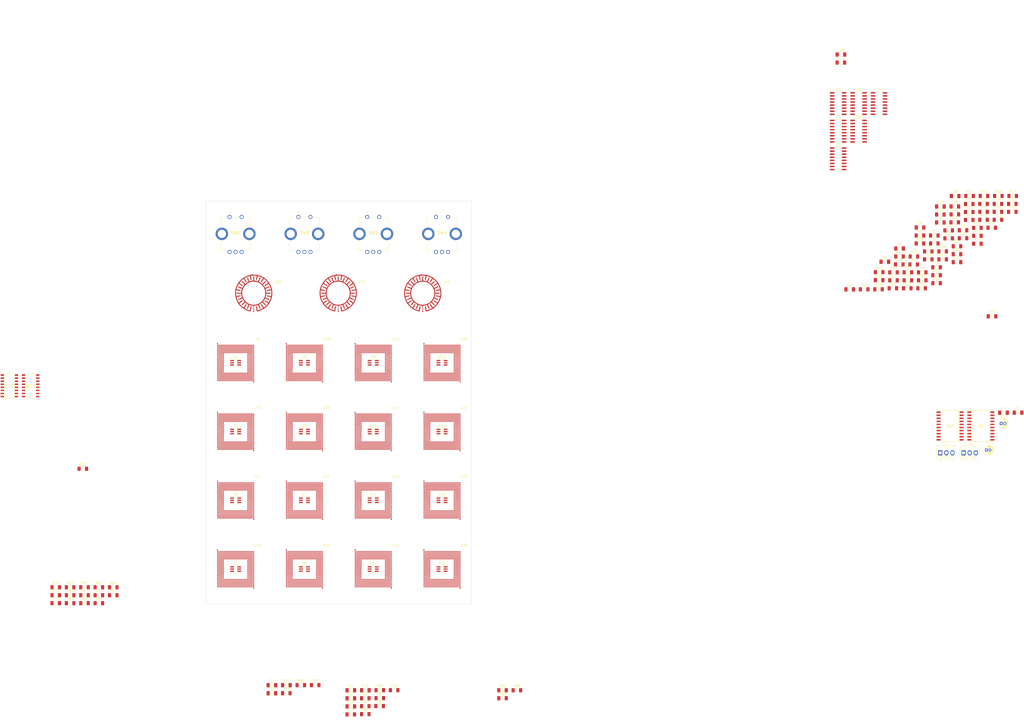
<source format=kicad_pcb>
(kicad_pcb (version 20211014) (generator pcbnew)
  (layers (0 "F.Cu" signal) (31 "B.Cu" signal) (34 "B.Paste" user) (35 "F.Paste" user) (36 "B.SilkS" user "B.Silkscreen") (37 "F.SilkS" user "F.Silkscreen") (38 "B.Mask" user) (39 "F.Mask" user) (44 "Edge.Cuts" user))
  (net 0 "")
  (net 1 "+5V")
  (net 2 "GND")
  (net 3 "VCC")
  (net 4 "EB1")
  (net 5 "/Encoder/ENCB3")
  (net 6 "EA1")
  (net 7 "/Encoder/ENCA3")
  (net 8 "EB2")
  (net 9 "/Encoder/ENCB4")
  (net 10 "EA2")
  (net 11 "/Encoder/ENCA4")
  (net 12 "Net-(D1-Pad1)")
  (net 13 "Net-(D1-Pad2)")
  (net 14 "Net-(D1-Pad3)")
  (net 15 "Net-(D1-Pad4)")
  (net 16 "Net-(D1-Pad5)")
  (net 17 "Net-(D1-Pad6)")
  (net 18 "Net-(D2-Pad1)")
  (net 19 "Net-(D2-Pad2)")
  (net 20 "Net-(D2-Pad3)")
  (net 21 "Net-(D2-Pad4)")
  (net 22 "Net-(D2-Pad5)")
  (net 23 "Net-(D2-Pad6)")
  (net 24 "Net-(D3-Pad1)")
  (net 25 "Net-(D3-Pad2)")
  (net 26 "Net-(D3-Pad3)")
  (net 27 "Net-(D3-Pad4)")
  (net 28 "Net-(D3-Pad5)")
  (net 29 "Net-(D3-Pad6)")
  (net 30 "Net-(D4-Pad1)")
  (net 31 "Net-(D4-Pad2)")
  (net 32 "Net-(D4-Pad3)")
  (net 33 "Net-(D4-Pad4)")
  (net 34 "Net-(D4-Pad5)")
  (net 35 "Net-(D4-Pad6)")
  (net 36 "Net-(D5-Pad1)")
  (net 37 "Net-(D5-Pad2)")
  (net 38 "Net-(D5-Pad3)")
  (net 39 "Net-(D5-Pad4)")
  (net 40 "Net-(D5-Pad5)")
  (net 41 "Net-(D5-Pad6)")
  (net 42 "Net-(D6-Pad1)")
  (net 43 "Net-(D6-Pad2)")
  (net 44 "Net-(D6-Pad3)")
  (net 45 "Net-(D6-Pad4)")
  (net 46 "Net-(D6-Pad5)")
  (net 47 "Net-(D6-Pad6)")
  (net 48 "Net-(D7-Pad1)")
  (net 49 "Net-(D7-Pad2)")
  (net 50 "Net-(D7-Pad3)")
  (net 51 "Net-(D7-Pad4)")
  (net 52 "Net-(D7-Pad5)")
  (net 53 "Net-(D7-Pad6)")
  (net 54 "Net-(D8-Pad1)")
  (net 55 "Net-(D8-Pad2)")
  (net 56 "Net-(D8-Pad3)")
  (net 57 "Net-(D8-Pad4)")
  (net 58 "Net-(D8-Pad5)")
  (net 59 "Net-(D8-Pad6)")
  (net 60 "Net-(D9-Pad1)")
  (net 61 "Net-(D9-Pad2)")
  (net 62 "Net-(D9-Pad3)")
  (net 63 "Net-(D9-Pad4)")
  (net 64 "Net-(D9-Pad5)")
  (net 65 "Net-(D9-Pad6)")
  (net 66 "Net-(D10-Pad1)")
  (net 67 "Net-(D10-Pad2)")
  (net 68 "Net-(D10-Pad3)")
  (net 69 "Net-(D10-Pad4)")
  (net 70 "Net-(D10-Pad5)")
  (net 71 "Net-(D10-Pad6)")
  (net 72 "Net-(D11-Pad1)")
  (net 73 "Net-(D11-Pad2)")
  (net 74 "Net-(D11-Pad3)")
  (net 75 "Net-(D11-Pad4)")
  (net 76 "Net-(D11-Pad5)")
  (net 77 "Net-(D11-Pad6)")
  (net 78 "Net-(D12-Pad1)")
  (net 79 "Net-(D12-Pad2)")
  (net 80 "Net-(D12-Pad3)")
  (net 81 "Net-(D12-Pad4)")
  (net 82 "Net-(D12-Pad5)")
  (net 83 "Net-(D12-Pad6)")
  (net 84 "Net-(D13-Pad1)")
  (net 85 "Net-(D13-Pad2)")
  (net 86 "Net-(D13-Pad3)")
  (net 87 "Net-(D13-Pad4)")
  (net 88 "Net-(D13-Pad5)")
  (net 89 "Net-(D13-Pad6)")
  (net 90 "Net-(D14-Pad1)")
  (net 91 "Net-(D14-Pad2)")
  (net 92 "Net-(D14-Pad3)")
  (net 93 "Net-(D14-Pad4)")
  (net 94 "Net-(D14-Pad5)")
  (net 95 "Net-(D14-Pad6)")
  (net 96 "Net-(D15-Pad1)")
  (net 97 "Net-(D15-Pad2)")
  (net 98 "Net-(D15-Pad3)")
  (net 99 "Net-(D15-Pad4)")
  (net 100 "Net-(D15-Pad5)")
  (net 101 "Net-(D15-Pad6)")
  (net 102 "Net-(D16-Pad1)")
  (net 103 "Net-(D16-Pad2)")
  (net 104 "Net-(D16-Pad3)")
  (net 105 "Net-(D16-Pad4)")
  (net 106 "Net-(D16-Pad5)")
  (net 107 "Net-(D16-Pad6)")
  (net 108 "UPDI1")
  (net 109 "UPDI2")
  (net 111 "SDA")
  (net 112 "SCL")
  (net 114 "Net-(R25-Pad1)")
  (net 115 "Net-(R25-Pad2)")
  (net 116 "Net-(R26-Pad1)")
  (net 117 "Net-(R26-Pad2)")
  (net 118 "Net-(R27-Pad1)")
  (net 119 "LED_DATA1")
  (net 120 "Net-(R28-Pad1)")
  (net 121 "Net-(R29-Pad1)")
  (net 122 "Net-(R30-Pad1)")
  (net 123 "Net-(R55-Pad1)")
  (net 124 "Net-(R55-Pad2)")
  (net 125 "Net-(R56-Pad1)")
  (net 126 "Net-(R56-Pad2)")
  (net 127 "Net-(R57-Pad1)")
  (net 128 "Net-(R58-Pad1)")
  (net 129 "Net-(R59-Pad1)")
  (net 130 "Net-(R60-Pad2)")
  (net 131 "Net-(R61-Pad2)")
  (net 132 "Net-(R62-Pad2)")
  (net 133 "Net-(R63-Pad2)")
  (net 134 "Net-(R64-Pad2)")
  (net 135 "Net-(R65-Pad2)")
  (net 136 "Net-(R66-Pad2)")
  (net 137 "Net-(R67-Pad2)")
  (net 138 "Net-(R68-Pad2)")
  (net 139 "Net-(R69-Pad2)")
  (net 140 "Net-(R70-Pad2)")
  (net 141 "Net-(R71-Pad2)")
  (net 142 "Net-(R72-Pad2)")
  (net 143 "Net-(R73-Pad2)")
  (net 144 "Net-(R74-Pad2)")
  (net 145 "Net-(R75-Pad2)")
  (net 146 "ES1")
  (net 147 "/Encoder/ENSC_SW3")
  (net 148 "ES2")
  (net 149 "/Encoder/ENSC_SW4")
  (net 150 "BR1")
  (net 151 "BR2")
  (net 152 "BR3")
  (net 155 "/LED/LED_UPDATE")
  (net 156 "/LED/LED_DATA")
  (net 158 "/LED/LED_CLK")
  (net 159 "/Button round/BUT_CTL")
  (net 160 "/Button round/BUTAB1")
  (net 161 "/Button round/BUTAB2")
  (net 162 "/Button round/BUTAB3")
  (net 163 "/Button round/BUTAB4")
  (net 164 "/Button round/BUTCD1")
  (net 165 "/Button round/BUTCD2")
  (net 166 "/Button round/BUTCD3")
  (net 167 "/Button round/BUTCD4")
  (footprint "3dAudioFoot:But_Velo_Rec_1" (layer "F.Cu") (at 80.8 177.7)
    (fp_text reference "U22")
    (fp_text value "touch_but_square")
  )
  (footprint "3dAudioFoot:PEC11R4230KS0024" (layer "F.Cu") (at 106.8 38.6125)
    (fp_text reference "SW2")
    (fp_text value "RotaryEncoder_Switch" hide)
  )
  (footprint "Resistor_SMD:R_1206_3216Metric_Pad1.30x1.75mm_HandSolder" (layer "F.Cu") (at 106 234.4)
    (fp_text reference "R83")
    (fp_text value "10k")
  )
  (footprint "Capacitor_SMD:C_1206_3216Metric_Pad1.33x1.80mm_HandSolder" (layer "F.Cu") (at 67.315199 225.69)
    (fp_text reference "C14")
    (fp_text value "100n")
  )
  (footprint "Resistor_SMD:R_1206_3216Metric_Pad1.30x1.75mm_HandSolder" (layer "F.Cu") (at 365.5 36.06)
    (fp_text reference "R44")
    (fp_text value "R")
  )
  (footprint "Capacitor_SMD:C_1206_3216Metric_Pad1.33x1.80mm_HandSolder" (layer "F.Cu") (at 350.34 22.93)
    (fp_text reference "C8")
    (fp_text value "100nF")
  )
  (footprint "Resistor_SMD:R_1206_3216Metric_Pad1.30x1.75mm_HandSolder" (layer "F.Cu") (at 350.21 30.54)
    (fp_text reference "R34")
    (fp_text value "R")
  )
  (footprint "LED_SMD:LED_Avago_PLCC6_3x2.8mm" (layer "F.Cu") (at 109.3 120.55)
    (fp_text reference "D10")
    (fp_text value "RGB_led")
  )
  (footprint "Resistor_SMD:R_1206_3216Metric_Pad1.30x1.75mm_HandSolder" (layer "F.Cu") (at 112.01 231.05)
    (fp_text reference "R84")
    (fp_text value "10k")
  )
  (footprint "Resistor_SMD:R_1206_3216Metric_Pad1.30x1.75mm_HandSolder" (layer "F.Cu") (at -4.35 185.11)
    (fp_text reference "R61")
    (fp_text value "R")
  )
  (footprint "Package_SO:SOIC-16_3.9x9.9mm_P1.27mm" (layer "F.Cu") (at 301.9 7.5)
    (fp_text reference "U6")
    (fp_text value "TPIC6C595")
  )
  (footprint "Resistor_SMD:R_1206_3216Metric_Pad1.30x1.75mm_HandSolder" (layer "F.Cu") (at 344.2 30.6)
    (fp_text reference "R33")
    (fp_text value "R")
  )
  (footprint "Resistor_SMD:R_1206_3216Metric_Pad1.30x1.75mm_HandSolder" (layer "F.Cu") (at 168.8 227.8)
    (fp_text reference "R88")
    (fp_text value "R")
  )
  (footprint "Resistor_SMD:R_1206_3216Metric_Pad1.30x1.75mm_HandSolder" (layer "F.Cu") (at 324.54 61.16)
    (fp_text reference "R43")
    (fp_text value "R")
  )
  (footprint "Resistor_SMD:R_1206_3216Metric_Pad1.30x1.75mm_HandSolder" (layer "F.Cu") (at 368.06 26.19)
    (fp_text reference "R24")
    (fp_text value "R")
  )
  (footprint "Capacitor_SMD:C_1206_3216Metric_Pad1.33x1.80mm_HandSolder" (layer "F.Cu") (at 321.22 50.18)
    (fp_text reference "C7")
    (fp_text value "100nF")
  )
  (footprint "Resistor_SMD:R_1206_3216Metric_Pad1.30x1.75mm_HandSolder" (layer "F.Cu") (at 374.01 29.48)
    (fp_text reference "R41")
    (fp_text value "R")
  )
  (footprint "Resistor_SMD:R_1206_3216Metric_Pad1.30x1.75mm_HandSolder" (layer "F.Cu") (at -4.35 191.69)
    (fp_text reference "R64")
    (fp_text value "R")
  )
  (footprint "Resistor_SMD:R_1206_3216Metric_Pad1.30x1.75mm_HandSolder" (layer "F.Cu") (at 336.7 57.87)
    (fp_text reference "R36")
    (fp_text value "R")
  )
  (footprint "Resistor_SMD:R_1206_3216Metric_Pad1.30x1.75mm_HandSolder" (layer "F.Cu") (at 303 -32.4)
    (fp_text reference "R77")
    (fp_text value "10k")
  )
  (footprint "Capacitor_SMD:C_1206_3216Metric_Pad1.33x1.80mm_HandSolder" (layer "F.Cu") (at 335.78 35.98)
    (fp_text reference "C9")
    (fp_text value "100nF")
  )
  (footprint "3dAudioFoot:But_Velo_Rec_1" (layer "F.Cu") (at 137.8 149.2)
    (fp_text reference "U25")
    (fp_text value "touch_but_square")
  )
  (footprint "Capacitor_SMD:C_1206_3216Metric_Pad1.33x1.80mm_HandSolder" (layer "F.Cu") (at 306.66 61.63)
    (fp_text reference "C5")
    (fp_text value "100nF")
  )
  (footprint "Resistor_SMD:R_1206_3216Metric_Pad1.30x1.75mm_HandSolder" (layer "F.Cu") (at -22.2 185.11)
    (fp_text reference "R74")
    (fp_text value "R")
  )
  (footprint "Resistor_SMD:R_1206_3216Metric_Pad1.30x1.75mm_HandSolder" (layer "F.Cu") (at 1.6 188.4)
    (fp_text reference "R67")
    (fp_text value "R")
  )
  (footprint "Resistor_SMD:R_1206_3216Metric_Pad1.30x1.75mm_HandSolder" (layer "F.Cu") (at 162.85 227.8)
    (fp_text reference "R90")
    (fp_text value "R")
  )
  (footprint "Resistor_SMD:R_1206_3216Metric_Pad1.30x1.75mm_HandSolder" (layer "F.Cu") (at 351.1 50.34)
    (fp_text reference "R27")
    (fp_text value "0R")
  )
  (footprint "3dAudioFoot:PEC11R4230KS0024" (layer "F.Cu") (at 78.3 38.6125)
    (fp_text reference "SW3")
    (fp_text value "RotaryEncoder_Switch" hide)
  )
  (footprint "3dAudioFoot:But_Velo_Rec_1" (layer "F.Cu") (at 109.3 177.7)
    (fp_text reference "U16")
    (fp_text value "touch_but_square")
  )
  (footprint "Capacitor_SMD:C_1206_3216Metric_Pad1.33x1.80mm_HandSolder" (layer "F.Cu") (at 100.02 234.49)
    (fp_text reference "C16")
    (fp_text value "100n")
  )
  (footprint "Resistor_SMD:R_1206_3216Metric_Pad1.30x1.75mm_HandSolder" (layer "F.Cu") (at 359.55 42.7)
    (fp_text reference "R39")
    (fp_text value "R")
  )
  (footprint "Resistor_SMD:R_1206_3216Metric_Pad1.30x1.75mm_HandSolder" (layer "F.Cu") (at 85.255199 225.66)
    (fp_text reference "R87")
    (fp_text value "10k")
  )
  (footprint "3dAudioFoot:PEC11R4230KS0024" (layer "F.Cu") (at 135.3 38.6125)
    (fp_text reference "SW4")
    (fp_text value "RotaryEncoder_Switch" hide)
  )
  (footprint "Resistor_SMD:R_1206_3216Metric_Pad1.30x1.75mm_HandSolder" (layer "F.Cu") (at -10.3 191.69)
    (fp_text reference "R68")
    (fp_text value "R")
  )
  (footprint "Resistor_SMD:R_1206_3216Metric_Pad1.30x1.75mm_HandSolder" (layer "F.Cu") (at 342.65 52.46)
    (fp_text reference "R6")
    (fp_text value "R")
  )
  (footprint "LED_SMD:LED_Avago_PLCC6_3x2.8mm" (layer "F.Cu") (at 137.8 92.05)
    (fp_text reference "D13")
    (fp_text value "RGB_led")
  )
  (footprint "Resistor_SMD:R_1206_3216Metric_Pad1.30x1.75mm_HandSolder" (layer "F.Cu") (at 111.95 234.34)
    (fp_text reference "R85")
    (fp_text value "10k")
  )
  (footprint "3dAudioFoot:attiny1626" (layer "F.Cu") (at 360.9826 118.25)
    (fp_text reference "U1")
    (fp_text value "ATtiny1626" hide)
  )
  (footprint "Resistor_SMD:R_1206_3216Metric_Pad1.30x1.75mm_HandSolder" (layer "F.Cu") (at 342.65 55.75)
    (fp_text reference "R42")
    (fp_text value "R")
  )
  (footprint "Resistor_SMD:R_1206_3216Metric_Pad1.30x1.75mm_HandSolder" (layer "F.Cu") (at 347.65 40.47)
    (fp_text reference "R31")
    (fp_text value "R")
  )
  (footprint "Capacitor_SMD:C_1206_3216Metric_Pad1.33x1.80mm_HandSolder" (layer "F.Cu") (at 376.3726 112.75)
    (fp_text reference "C2")
    (fp_text value "100nF")
  )
  (footprint "Resistor_SMD:R_1206_3216Metric_Pad1.30x1.75mm_HandSolder" (layer "F.Cu") (at 312.64 61.6)
    (fp_text reference "R52")
    (fp_text value "R")
  )
  (footprint "Resistor_SMD:R_1206_3216Metric_Pad1.30x1.75mm_HandSolder" (layer "F.Cu") (at 362.11 26.19)
    (fp_text reference "R35")
    (fp_text value "R")
  )
  (footprint "Resistor_SMD:R_1206_3216Metric_Pad1.30x1.75mm_HandSolder" (layer "F.Cu") (at 99.99 237.81)
    (fp_text reference "R79")
    (fp_text value "10k")
  )
  (footprint "Resistor_SMD:R_1206_3216Metric_Pad1.30x1.75mm_HandSolder" (layer "F.Cu") (at 350.21 27.25)
    (fp_text reference "R54")
    (fp_text value "R")
  )
  (footprint "3dAudioFoot:SOIC127P620X171-16N" (layer "F.Cu") (at -41.4 101.6)
    (fp_text reference "U18")
    (fp_text value "BU4551BF-E2" hide)
  )
  (footprint "Resistor_SMD:R_1206_3216Metric_Pad1.30x1.75mm_HandSolder" (layer "F.Cu") (at 333.15 51.29)
    (fp_text reference "R7")
    (fp_text value "R")
  )
  (footprint "Resistor_SMD:R_1206_3216Metric_Pad1.30x1.75mm_HandSolder" (layer "F.Cu") (at 362.11 29.48)
    (fp_text reference "R51")
    (fp_text value "R")
  )
  (footprint "Resistor_SMD:R_1206_3216Metric_Pad1.30x1.75mm_HandSolder" (layer "F.Cu") (at 347.65 37.18)
    (fp_text reference "R2")
    (fp_text value "R")
  )
  (footprint "LED_SMD:LED_Avago_PLCC6_3x2.8mm" (layer "F.Cu") (at 80.8 149.05)
    (fp_text reference "D7")
    (fp_text value "RGB_led")
  )
  (footprint "Resistor_SMD:R_1206_3216Metric_Pad1.30x1.75mm_HandSolder" (layer "F.Cu") (at 351.1 47.05)
    (fp_text reference "R32")
    (fp_text value "R")
  )
  (footprint "Resistor_SMD:R_1206_3216Metric_Pad1.30x1.75mm_HandSolder" (layer "F.Cu") (at 368.06 32.77)
    (fp_text reference "R13")
    (fp_text value "R")
  )
  (footprint "Capacitor_SMD:C_1206_3216Metric_Pad1.33x1.80mm_HandSolder" (layer "F.Cu") (at 73.325199 225.69)
    (fp_text reference "C13")
    (fp_text value "100n")
  )
  (footprint "Resistor_SMD:R_1206_3216Metric_Pad1.30x1.75mm_HandSolder" (layer "F.Cu") (at 344.2 33.89)
    (fp_text reference "R8")
    (fp_text value "R")
  )
  (footprint "3dAudioFoot:But_Velo_Rec_1" (layer "F.Cu") (at 80.8 92.2)
    (fp_text reference "U19")
    (fp_text value "touch_but_square")
  )
  (footprint "LED_SMD:LED_Avago_PLCC6_3x2.8mm" (layer "F.Cu") (at 80.8 177.55)
    (fp_text reference "D8")
    (fp_text value "RGB_led")
  )
  (footprint "Resistor_SMD:R_1206_3216Metric_Pad1.30x1.75mm_HandSolder" (layer "F.Cu") (at 324.8 57.87)
    (fp_text reference "R25")
    (fp_text value "0R")
  )
  (footprint "Resistor_SMD:R_1206_3216Metric_Pad1.30x1.75mm_HandSolder" (layer "F.Cu") (at 327.3 48)
    (fp_text reference "R47")
    (fp_text value "R")
  )
  (footprint "Resistor_SMD:R_1206_3216Metric_Pad1.30x1.75mm_HandSolder" (layer "F.Cu") (at 330.49 61.16)
    (fp_text reference "R57")
    (fp_text value "4K7")
  )
  (footprint "Resistor_SMD:R_1206_3216Metric_Pad1.30x1.75mm_HandSolder" (layer "F.Cu") (at 333.25 48)
    (fp_text reference "R45")
    (fp_text value "R")
  )
  (footprint "LED_SMD:LED_Avago_PLCC6_3x2.8mm" (layer "F.Cu") (at 137.8 177.55)
    (fp_text reference "D16")
    (fp_text value "RGB_led")
  )
  (footprint "Capacitor_THT:CP_Radial_D4.0mm_P1.50mm" (layer "F.Cu") (at 363.277401 128.2)
    (fp_text reference "C3")
    (fp_text value "10uF")
  )
  (footprint "Capacitor_SMD:C_1206_3216Metric_Pad1.33x1.80mm_HandSolder" (layer "F.Cu") (at 100.02 227.79)
    (fp_text reference "C17")
    (fp_text value "100n")
  )
  (footprint "3dAudioFoot:But_Velo_Rec_1" (layer "F.Cu") (at 109.3 92.2)
    (fp_text reference "U13")
    (fp_text value "touch_but_square")
  )
  (footprint "Resistor_SMD:R_1206_3216Metric_Pad1.30x1.75mm_HandSolder" (layer "F.Cu") (at 362.11 32.77)
    (fp_text reference "R49")
    (fp_text value "R")
  )
  (footprint "3dAudioFoot:But_Velo_Rec_1" (layer "F.Cu") (at 137.8 177.7)
    (fp_text reference "U26")
    (fp_text value "touch_but_square")
  )
  (footprint "Capacitor_SMD:C_1206_3216Metric_Pad1.33x1.80mm_HandSolder" (layer "F.Cu") (at 327.33 44.68)
    (fp_text reference "C6")
    (fp_text value "100nF")
  )
  (footprint "Resistor_SMD:R_1206_3216Metric_Pad1.30x1.75mm_HandSolder" (layer "F.Cu") (at 353.6 37.12)
    (fp_text reference "R3")
    (fp_text value "R")
  )
  (footprint "Resistor_SMD:R_1206_3216Metric_Pad1.30x1.75mm_HandSolder" (layer "F.Cu") (at 73.295199 229.01)
    (fp_text reference "R78")
    (fp_text value "10k")
  )
  (footprint "LED_SMD:LED_Avago_PLCC6_3x2.8mm" (layer "F.Cu") (at 137.8 120.55)
    (fp_text reference "D14")
    (fp_text value "RGB_led")
  )
  (footprint "Resistor_SMD:R_1206_3216Metric_Pad1.30x1.75mm_HandSolder" (layer "F.Cu") (at -11 136)
    (fp_text reference "R62")
    (fp_text value "R")
  )
  (footprint "Resistor_SMD:R_1206_3216Metric_Pad1.30x1.75mm_HandSolder" (layer "F.Cu") (at 318.85 54.5)
    (fp_text reference "R10")
    (fp_text value "R")
  )
  (footprint "Resistor_SMD:R_1206_3216Metric_Pad1.30x1.75mm_HandSolder" (layer "F.Cu") (at 368.22 22.9)
    (fp_text reference "R26")
    (fp_text value "0R")
  )
  (footprint "Resistor_SMD:R_1206_3216Metric_Pad1.30x1.75mm_HandSolder" (layer "F.Cu") (at 353.6 40.41)
    (fp_text reference "R18")
    (fp_text value "R")
  )
  (footprint "Resistor_SMD:R_1206_3216Metric_Pad1.30x1.75mm_HandSolder" (layer "F.Cu") (at 356.16 26.25)
    (fp_text reference "R15")
    (fp_text value "R")
  )
  (footprint "3dAudioFoot:attiny1626" (layer "F.Cu") (at 348.2326 118.25)
    (fp_text reference "U2")
    (fp_text value "ATtiny1626" hide)
  )
  (footprint "Resistor_SMD:R_1206_3216Metric_Pad1.30x1.75mm_HandSolder" (layer "F.Cu") (at 362.27 22.9)
    (fp_text reference "R12")
    (fp_text value "R")
  )
  (footprint "Resistor_SMD:R_1206_3216Metric_Pad1.30x1.75mm_HandSolder" (layer "F.Cu") (at -22.2 191.69)
    (fp_text reference "R70")
    (fp_text value "R")
  )
  (footprint "LED_SMD:LED_Avago_PLCC6_3x2.8mm" (layer "F.Cu") (at 109.3 149.05)
    (fp_text reference "D11")
    (fp_text value "RGB_led")
  )
  (footprint "Resistor_SMD:R_1206_3216Metric_Pad1.30x1.75mm_HandSolder" (layer "F.Cu") (at 336.44 61.16)
    (fp_text reference "R20")
    (fp_text value "R")
  )
  (footprint "Resistor_SMD:R_1206_3216Metric_Pad1.30x1.75mm_HandSolder" (layer "F.Cu") (at 112.01 227.76)
    (fp_text reference "R81")
    (fp_text value "10k")
  )
  (footprint "3dAudioFoot:But_Velo_Rec_1" (layer "F.Cu") (at 137.8 120.7)
    (fp_text reference "U24")
    (fp_text value "touch_but_square")
  )
  (footprint "Resistor_SMD:R_1206_3216Metric_Pad1.30x1.75mm_HandSolder" (layer "F.Cu") (at 341.7 39.3)
    (fp_text reference "R1")
    (fp_text value "R")
  )
  (footprint "Resistor_SMD:R_1206_3216Metric_Pad1.30x1.75mm_HandSolder" (layer "F.Cu") (at 341.7 42.59)
    (fp_text reference "R4")
    (fp_text value "R")
  )
  (footprint "LED_SMD:LED_Avago_PLCC6_3x2.8mm" (layer "F.Cu") (at 80.8 92.05)
    (fp_text reference "D5")
    (fp_text value "RGB_led")
  )
  (footprint "Resistor_SMD:R_1206_3216Metric_Pad1.30x1.75mm_HandSolder" (layer "F.Cu") (at 359.55 36.12)
    (fp_text reference "R56")
    (fp_text value "0R")
  )
  (footprint "Resistor_SMD:R_1206_3216Metric_Pad1.30x1.75mm_HandSolder" (layer "F.Cu") (at 335.75 42.59)
    (fp_text reference "R28")
    (fp_text value "4K7")
  )
  (footprint "Package_SO:SOIC-16_3.9x9.9mm_P1.27mm" (layer "F.Cu") (at 310.35 -15.4)
    (fp_text reference "U8")
    (fp_text value "TPIC6C595")
  )
  (footprint "Resistor_SMD:R_1206_3216Metric_Pad1.30x1.75mm_HandSolder" (layer "F.Cu") (at 368.06 29.48)
    (fp_text reference "R40")
    (fp_text value "R")
  )
  (footprint "Resistor_SMD:R_1206_3216Metric_Pad1.30x1.75mm_HandSolder" (layer "F.Cu") (at 324.8 54.58)
    (fp_text reference "R53")
    (fp_text value "R")
  )
  (footprint "Resistor_SMD:R_1206_3216Metric_Pad1.30x1.75mm_HandSolder" (layer "F.Cu") (at 318.59 61.6)
    (fp_text reference "R19")
    (fp_text value "R")
  )
  (footprint "LED_SMD:LED_Avago_PLCC6_3x2.8mm" (layer "F.Cu") (at 109.3 177.55)
    (fp_text reference "D12")
    (fp_text value "RGB_led")
  )
  (footprint "Package_SO:SOIC-16_3.9x9.9mm_P1.27mm" (layer "F.Cu") (at 301.9 -15.4)
    (fp_text reference "U5")
    (fp_text value "TPIC6C595")
  )
  (footprint "Connector_Molex:Molex_KK-254_AE-6410-03A_1x03_P2.54mm_Vertical" (layer "F.Cu") (at 344.1526 129.37)
    (fp_text reference "J1")
    (fp_text value "Conn_01x03_Male")
  )
  (footprint "Resistor_SMD:R_1206_3216Metric_Pad1.30x1.75mm_HandSolder" (layer "F.Cu") (at 374.17 22.9)
    (fp_text reference "R17")
    (fp_text value "R")
  )
  (footprint "Package_SO:SOIC-16_3.9x9.9mm_P1.27mm" (layer "F.Cu") (at 318.8 -15.4)
    (fp_text reference "U4")
    (fp_text value "TPIC6C595")
  )
  (footprint "Resistor_SMD:R_1206_3216Metric_Pad1.30x1.75mm_HandSolder" (layer "F.Cu") (at 365.6 72.8)
    (fp_text reference "R75")
    (fp_text value "R")
  )
  (footprint "Capacitor_SMD:C_1206_3216Metric_Pad1.33x1.80mm_HandSolder" (layer "F.Cu") (at 303.03 -35.72)
    (fp_text reference "C18")
    (fp_text value "100n")
  )
  (footprint "Resistor_SMD:R_1206_3216Metric_Pad1.30x1.75mm_HandSolder" (layer "F.Cu") (at 330.75 54.58)
    (fp_text reference "R37")
    (fp_text value "R")
  )
  (footprint "Resistor_SMD:R_1206_3216Metric_Pad1.30x1.75mm_HandSolder" (layer "F.Cu") (at 79.305199 225.66)
    (fp_text reference "R80")
    (fp_text value "10k")
  )
  (footprint "Package_SO:SOIC-16_3.9x9.9mm_P1.27mm" (layer "F.Cu") (at 301.9 -3.95)
    (fp_text reference "U7")
    (fp_text value "TPIC6C595")
  )
  (footprint "Resistor_SMD:R_1206_3216Metric_Pad1.30x1.75mm_HandSolder" (layer "F.Cu") (at 318.85 57.79)
    (fp_text reference "R46")
    (fp_text value "R")
  )
  (footprint "Capacitor_SMD:C_1206_3216Metric_Pad1.33x1.80mm_HandSolder" (layer "F.Cu") (at 100.02 231.14)
    (fp_text reference "C11")
    (fp_text value "100n")
  )
  (footprint "LED_SMD:LED_Avago_PLCC6_3x2.8mm" (layer "F.Cu") (at 52.3 177.55)
    (fp_text reference "D4")
    (fp_text value "RGB_led")
  )
  (footprint "Capacitor_SMD:C_1206_3216Metric_Pad1.33x1.80mm_HandSolder" (layer "F.Cu") (at 67.315199 229.04)
    (fp_text reference "C12")
    (fp_text value "100n")
  )
  (footprint "3dAudioFoot:But_Velo_Rec_1" (layer "F.Cu") (at 137.8 92.2)
    (fp_text reference "U23")
    (fp_text value "touch_but_square")
  )
  (footprint "Resistor_SMD:R_1206_3216Metric_Pad1.30x1.75mm_HandSolder" (layer "F.Cu") (at 345.15 45.88)
    (fp_text reference "R58")
    (fp_text value "4K7")
  )
  (footprint "Resistor_SMD:R_1206_3216Metric_Pad1.30x1.75mm_HandSolder" (layer "F.Cu") (at 1.6 185.11)
    (fp_text reference "R66")
    (fp_text value "R")
  )
  (footprint "Resistor_SMD:R_1206_3216Metric_Pad1.30x1.75mm_HandSolder" (layer "F.Cu") (at -22.2 188.4)
    (fp_text reference "R71")
    (fp_text value "R")
  )
  (footprint "3dAudioFoot:But_Velo_Rec_1" (layer "F.Cu") (at 52.3 120.7)
    (fp_text reference "U10")
    (fp_text value "touch_but_square")
  )
  (footprint "Resistor_SMD:R_1206_3216Metric_Pad1.30x1.75mm_HandSolder" (layer "F.Cu") (at 351.1 43.76)
    (fp_text reference "R50")
    (fp_text value "R")
  )
  (footprint "LED_SMD:LED_Avago_PLCC6_3x2.8mm" (layer "F.Cu") (at 52.3 120.55)
    (fp_text reference "D2")
    (fp_text value "RGB_led")
  )
  (footprint "Resistor_SMD:R_1206_3216Metric_Pad1.30x1.75mm_HandSolder" (layer "F.Cu") (at 162.85 231.09)
    (fp_text reference "R89")
    (fp_text value "R")
  )
  (footprint "Resistor_SMD:R_1206_3216Metric_Pad1.30x1.75mm_HandSolder" (layer "F.Cu") (at -10.3 188.4)
    (fp_text reference "R63")
    (fp_text value "R")
  )
  (footprint "Resistor_SMD:R_1206_3216Metric_Pad1.30x1.75mm_HandSolder" (layer "F.Cu") (at 345.15 49.17)
    (fp_text reference "R21")
    (fp_text value "R")
  )
  (footprint "Capacitor_THT:CP_Radial_D4.0mm_P1.50mm" (layer "F.Cu") (at 369.437401 117.2)
    (fp_text reference "C1")
    (fp_text value "10uF")
  )
  (footprint "Capacitor_SMD:C_1206_3216Metric_Pad1.33x1.80mm_HandSolder" (layer "F.Cu") (at 106.03 227.79)
    (fp_text reference "C15")
    (fp_text value "100n")
  )
  (footprint "Resistor_SMD:R_1206_3216Metric_Pad1.30x1.75mm_HandSolder" (layer "F.Cu") (at 339.2 45.88)
    (fp_text reference "R22")
    (fp_text value "R")
  )
  (footprint "Resistor_SMD:R_1206_3216Metric_Pad1.30x1.75mm_HandSolder" (layer "F.Cu") (at -16.25 191.69)
    (fp_text reference "R69")
    (fp_text value "R")
  )
  (footprint "Resistor_SMD:R_1206_3216Metric_Pad1.30x1.75mm_HandSolder" (layer "F.Cu") (at 359.55 39.41)
    (fp_text reference "R14")
    (fp_text value "R")
  )
  (footprint "3dAudioFoot:PEC11R4230KS0024" (layer "F.Cu") (at 49.8 38.6125)
    (fp_text reference "SW1")
    (fp_text value "RotaryEncoder_Switch" hide)
  )
  (footprint "3dAudioFoot:But_Velo_Rec_1" (layer "F.Cu") (at 109.3 120.7)
    (fp_text reference "U14")
    (fp_text value "touch_but_square")
  )
  (footprint "Resistor_SMD:R_1206_3216Metric_Pad1.30x1.75mm_HandSolder" (layer "F.Cu") (at 350.15 33.83)
    (fp_text reference "R29")
    (fp_text value "4K7")
  )
  (footprint "3dAudioFoot:SOIC127P620X171-16N" (layer "F.Cu") (at -32.6 101.6)
    (fp_text reference "U17")
    (fp_text value "BU4551BF-E2" hide)
  )
  (footprint "Resistor_SMD:R_1206_3216Metric_Pad1.30x1.75mm_HandSolder" (layer "F.Cu") (at 327.2 51.29)
    (fp_text reference "R38")
    (fp_text value "R")
  )
  (footprint "LED_SMD:LED_Avago_PLCC6_3x2.8mm" (layer "F.Cu") (at 137.8 149.05)
    (fp_text reference "D15")
    (fp_text value "RGB_led")
  )
  (footprint "Resistor_SMD:R_1206_3216Metric_Pad1.30x1.75mm_HandSolder" (layer "F.Cu") (at 330.75 57.87)
    (fp_text reference "R55")
    (fp_text value "0R")
  )
  (footprint "LED_SMD:LED_Avago_PLCC6_3x2.8mm" (layer "F.Cu") (at 109.3 92.05)
    (fp_text reference "D9")
    (fp_text value "RGB_led")
  )
  (footprint "Resistor_SMD:R_1206_3216Metric_Pad1.30x1.75mm_HandSolder" (layer "F.Cu") (at 106 231.11)
    (fp_text reference "R82")
    (fp_text value "10k")
  )
  (footprint "3dAudioFoot:But_Velo_Rec_1" (layer "F.Cu") (at 80.8 120.7)
    (fp_text reference "U20")
    (fp_text value "touch_but_square")
  )
  (footprint "Package_SO:SOIC-16_3.9x9.9mm_P1.27mm" (layer "F.Cu") (at 310.35 -3.95)
    (fp_text reference "U3")
    (fp_text value "TPIC6C595")
  )
  (footprint "Capacitor_SMD:C_1206_3216Metric_Pad1.33x1.80mm_HandSolder" (layer "F.Cu") (at 370.3626 112.75)
    (fp_text reference "C4")
    (fp_text value "100nF")
  )
  (footprint "LED_SMD:LED_Avago_PLCC6_3x2.8mm" (layer "F.Cu") (at 52.3 149.05)
    (fp_text reference "D3")
    (fp_text value "RGB_led")
  )
  (footprint "Resistor_SMD:R_1206_3216Metric_Pad1.30x1.75mm_HandSolder" (layer "F.Cu") (at 356.16 32.83)
    (fp_text reference "R48")
    (fp_text value "R")
  )
  (footprint "Resistor_SMD:R_1206_3216Metric_Pad1.30x1.75mm_HandSolder" (layer "F.Cu") (at -16.25 185.11)
    (fp_text reference "R72")
    (fp_text value "R")
  )
  (footprint "Resistor_SMD:R_1206_3216Metric_Pad1.30x1.75mm_HandSolder" (layer "F.Cu") (at 356.32 22.9)
    (fp_text reference "R11")
    (fp_text value "R")
  )
  (footprint "3dAudioFoot:But_Velo_Rec_1" (layer "F.Cu") (at 109.3 149.2)
    (fp_text reference "U15")
    (fp_text value "touch_but_square")
  )
  (footprint "3dAudioFoot:But_Velo_Rec_1" (layer "F.Cu") (at 52.3 149.2)
    (fp_text reference "U11")
    (fp_text value "touch_but_square")
  )
  (footprint "LED_SMD:LED_Avago_PLCC6_3x2.8mm" (layer "F.Cu") (at 80.8 120.55)
    (fp_text reference "D6")
    (fp_text value "RGB_led")
  )
  (footprint "Resistor_SMD:R_1206_3216Metric_Pad1.30x1.75mm_HandSolder" (layer "F.Cu") (at -16.25 188.4)
    (fp_text reference "R60")
    (fp_text value "R")
  )
  (footprint "Connector_Molex:Molex_KK-254_AE-6410-03A_1x03_P2.54mm_Vertical" (layer "F.Cu") (at 353.8226 129.37)
    (fp_text reference "J2")
    (fp_text value "Conn_01x03_Male")
  )
  (footprint "Resistor_SMD:R_1206_3216Metric_Pad1.30x1.75mm_HandSolder" (layer "F.Cu") (at 339.2 49.17)
    (fp_text reference "R16")
    (fp_text value "R")
  )
  (footprint "Resistor_SMD:R_1206_3216Metric_Pad1.30x1.75mm_HandSolder" (layer "F.Cu") (at 374.01 26.19)
    (fp_text reference "R30")
    (fp_text value "4K7")
  )
  (footprint "Resistor_SMD:R_1206_3216Metric_Pad1.30x1.75mm_HandSolder" (layer "F.Cu") (at -4.35 188.4)
    (fp_text reference "R73")
    (fp_text value "R")
  )
  (footprint "Resistor_SMD:R_1206_3216Metric_Pad1.30x1.75mm_HandSolder" (layer "F.Cu") (at 342.65 59.04)
    (fp_text reference "R59")
    (fp_text value "4K7")
  )
  (footprint "Resistor_SMD:R_1206_3216Metric_Pad1.30x1.75mm_HandSolder" (layer "F.Cu") (at 117.96 227.76)
    (fp_text reference "R76")
    (fp_text value "10k")
  )
  (footprint "Resistor_SMD:R_1206_3216Metric_Pad1.30x1.75mm_HandSolder" (layer "F.Cu") (at 336.7 54.58)
    (fp_text reference "R5")
    (fp_text value "R")
  )
  (footprint "LED_SMD:LED_Avago_PLCC6_3x2.8mm" (layer "F.Cu") (at 52.3 92.05)
    (fp_text reference "D1")
    (fp_text value "RGB_led")
  )
  (footprint "3dAudioFoot:But_Velo_Rec_1" (layer "F.Cu") (at 52.3 177.7)
    (fp_text reference "U12")
    (fp_text value "touch_but_square")
  )
  (footprint "3dAudioFoot:But_Velo_Rec_1" (layer "F.Cu") (at 80.8 149.2)
    (fp_text reference "U21")
    (fp_text value "touch_but_square")
  )
  (footprint "3dAudioFoot:But_Velo_Rnd_1" (layer "F.Cu") (at 59.8 63.200002)
    (fp_text reference "U28")
    (fp_text value "touch_but_round")
  )
  (footprint "Capacitor_SMD:C_1206_3216Metric_Pad1.33x1.80mm_HandSolder" (layer "F.Cu") (at 344.23 27.28)
    (fp_text reference "C10")
    (fp_text value "100nF")
  )
  (footprint "Resistor_SMD:R_1206_3216Metric_Pad1.30x1.75mm_HandSolder" (layer "F.Cu") (at -10.3 185.11)
    (fp_text reference "R65")
    (fp_text value "R")
  )
  (footprint "3dAudioFoot:But_Velo_Rnd_1" (layer "F.Cu") (at 129.79 63.200004)
    (fp_text reference "U29")
    (fp_text value "touch_but_round")
  )
  (footprint "3dAudioFoot:But_Velo_Rec_1" (layer "F.Cu") (at 52.3 92.2)
    (fp_text reference "U9")
    (fp_text value "touch_but_square")
  )
  (footprint "Resistor_SMD:R_1206_3216Metric_Pad1.30x1.75mm_HandSolder" (layer "F.Cu") (at 356.16 29.54)
    (fp_text reference "R23")
    (fp_text value "R")
  )
  (footprint "3dAudioFoot:But_Velo_Rnd_1" (layer "F.Cu") (at 94.79 63.200004)
    (fp_text reference "U27")
    (fp_text value "touch_but_round")
  )
  (footprint "Resistor_SMD:R_1206_3216Metric_Pad1.30x1.75mm_HandSolder" (layer "F.Cu") (at 106 237.69)
    (fp_text reference "R86")
    (fp_text value "10k")
  )
  (footprint "Resistor_SMD:R_1206_3216Metric_Pad1.30x1.75mm_HandSolder" (layer "F.Cu") (at 335.75 39.3)
    (fp_text reference "R9")
    (fp_text value "R")
  )
  (gr_line (start 150 25) (end 150 192) (layer "Edge.Cuts") (width 0.1))
  (gr_line (start 40 192) (end 40 25) (layer "Edge.Cuts") (width 0.1))
  (gr_line (start 40 25) (end 150 25) (layer "Edge.Cuts") (width 0.1))
  (gr_line (start 150 192) (end 40 192) (layer "Edge.Cuts") (width 0.1))
)
</source>
